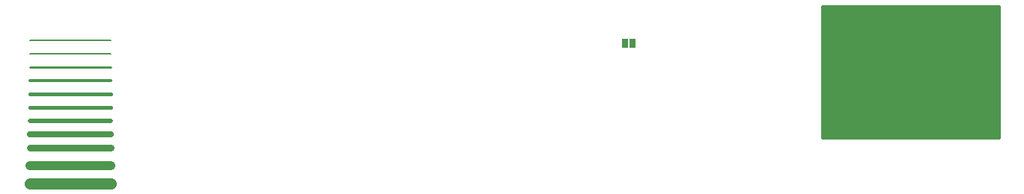
<source format=gbr>
G04 #@! TF.FileFunction,Soldermask,Top*
%FSLAX46Y46*%
G04 Gerber Fmt 4.6, Leading zero omitted, Abs format (unit mm)*
G04 Created by KiCad (PCBNEW 4.0.4-stable) date 05/23/17 19:50:49*
%MOMM*%
%LPD*%
G01*
G04 APERTURE LIST*
%ADD10C,0.050000*%
%ADD11C,1.270000*%
%ADD12C,1.016000*%
%ADD13C,0.200000*%
%ADD14C,0.762000*%
%ADD15C,0.635000*%
%ADD16C,0.508000*%
%ADD17C,0.457200*%
%ADD18C,0.381000*%
%ADD19C,0.304800*%
%ADD20C,0.254000*%
%ADD21C,0.203200*%
%ADD22C,0.152400*%
%ADD23R,0.800000X1.000000*%
G04 APERTURE END LIST*
D10*
D11*
X74572000Y-107888000D02*
X83716000Y-107888000D01*
D12*
X83716000Y-105856000D02*
X74572000Y-105856000D01*
D13*
X74572000Y-105856000D02*
X83716000Y-105856000D01*
D14*
X83716000Y-103824000D02*
X74572000Y-103824000D01*
D15*
X74572000Y-102300000D02*
X83716000Y-102300000D01*
D16*
X83716000Y-100776000D02*
X74572000Y-100776000D01*
D17*
X74572000Y-99252000D02*
X83716000Y-99252000D01*
D18*
X74572000Y-97728000D02*
X83716000Y-97728000D01*
D19*
X74572000Y-96204000D02*
X83716000Y-96204000D01*
D13*
X83716000Y-94680000D02*
X74572000Y-94680000D01*
D20*
X74572000Y-94680000D02*
X83716000Y-94680000D01*
D21*
X74572000Y-93156000D02*
X83716000Y-93156000D01*
D22*
X74572000Y-91632000D02*
X83716000Y-91632000D01*
D23*
X141850000Y-91952000D03*
X142750000Y-91952000D03*
D20*
G36*
X184173000Y-102681000D02*
X164107000Y-102681000D01*
X164107000Y-87695000D01*
X184173000Y-87695000D01*
X184173000Y-102681000D01*
X184173000Y-102681000D01*
G37*
X184173000Y-102681000D02*
X164107000Y-102681000D01*
X164107000Y-87695000D01*
X184173000Y-87695000D01*
X184173000Y-102681000D01*
M02*

</source>
